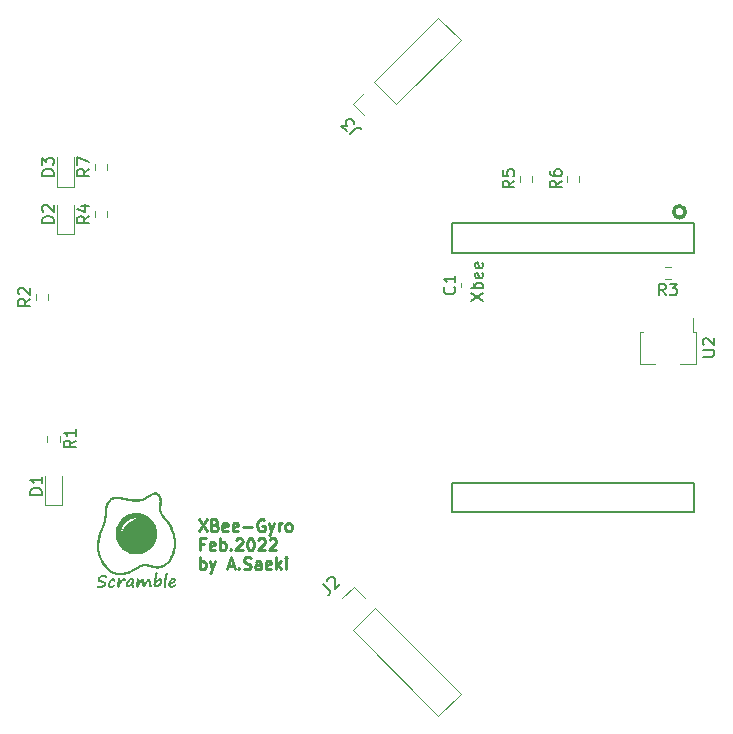
<source format=gto>
G04 #@! TF.GenerationSoftware,KiCad,Pcbnew,(6.0.1)*
G04 #@! TF.CreationDate,2022-02-26T15:30:00+09:00*
G04 #@! TF.ProjectId,xbee-gyro20220207,78626565-2d67-4797-926f-323032323032,V1.1*
G04 #@! TF.SameCoordinates,Original*
G04 #@! TF.FileFunction,Legend,Top*
G04 #@! TF.FilePolarity,Positive*
%FSLAX46Y46*%
G04 Gerber Fmt 4.6, Leading zero omitted, Abs format (unit mm)*
G04 Created by KiCad (PCBNEW (6.0.1)) date 2022-02-26 15:30:00*
%MOMM*%
%LPD*%
G01*
G04 APERTURE LIST*
%ADD10C,0.250000*%
%ADD11C,0.150000*%
%ADD12C,0.120000*%
%ADD13C,0.203200*%
%ADD14C,0.300000*%
G04 APERTURE END LIST*
D10*
X59305357Y-127842380D02*
X59972023Y-128842380D01*
X59972023Y-127842380D02*
X59305357Y-128842380D01*
X60686309Y-128318571D02*
X60829166Y-128366190D01*
X60876785Y-128413809D01*
X60924404Y-128509047D01*
X60924404Y-128651904D01*
X60876785Y-128747142D01*
X60829166Y-128794761D01*
X60733928Y-128842380D01*
X60352976Y-128842380D01*
X60352976Y-127842380D01*
X60686309Y-127842380D01*
X60781547Y-127890000D01*
X60829166Y-127937619D01*
X60876785Y-128032857D01*
X60876785Y-128128095D01*
X60829166Y-128223333D01*
X60781547Y-128270952D01*
X60686309Y-128318571D01*
X60352976Y-128318571D01*
X61733928Y-128794761D02*
X61638690Y-128842380D01*
X61448214Y-128842380D01*
X61352976Y-128794761D01*
X61305357Y-128699523D01*
X61305357Y-128318571D01*
X61352976Y-128223333D01*
X61448214Y-128175714D01*
X61638690Y-128175714D01*
X61733928Y-128223333D01*
X61781547Y-128318571D01*
X61781547Y-128413809D01*
X61305357Y-128509047D01*
X62591071Y-128794761D02*
X62495833Y-128842380D01*
X62305357Y-128842380D01*
X62210119Y-128794761D01*
X62162500Y-128699523D01*
X62162500Y-128318571D01*
X62210119Y-128223333D01*
X62305357Y-128175714D01*
X62495833Y-128175714D01*
X62591071Y-128223333D01*
X62638690Y-128318571D01*
X62638690Y-128413809D01*
X62162500Y-128509047D01*
X63067261Y-128461428D02*
X63829166Y-128461428D01*
X64829166Y-127890000D02*
X64733928Y-127842380D01*
X64591071Y-127842380D01*
X64448214Y-127890000D01*
X64352976Y-127985238D01*
X64305357Y-128080476D01*
X64257738Y-128270952D01*
X64257738Y-128413809D01*
X64305357Y-128604285D01*
X64352976Y-128699523D01*
X64448214Y-128794761D01*
X64591071Y-128842380D01*
X64686309Y-128842380D01*
X64829166Y-128794761D01*
X64876785Y-128747142D01*
X64876785Y-128413809D01*
X64686309Y-128413809D01*
X65210119Y-128175714D02*
X65448214Y-128842380D01*
X65686309Y-128175714D02*
X65448214Y-128842380D01*
X65352976Y-129080476D01*
X65305357Y-129128095D01*
X65210119Y-129175714D01*
X66067261Y-128842380D02*
X66067261Y-128175714D01*
X66067261Y-128366190D02*
X66114880Y-128270952D01*
X66162500Y-128223333D01*
X66257738Y-128175714D01*
X66352976Y-128175714D01*
X66829166Y-128842380D02*
X66733928Y-128794761D01*
X66686309Y-128747142D01*
X66638690Y-128651904D01*
X66638690Y-128366190D01*
X66686309Y-128270952D01*
X66733928Y-128223333D01*
X66829166Y-128175714D01*
X66972023Y-128175714D01*
X67067261Y-128223333D01*
X67114880Y-128270952D01*
X67162500Y-128366190D01*
X67162500Y-128651904D01*
X67114880Y-128747142D01*
X67067261Y-128794761D01*
X66972023Y-128842380D01*
X66829166Y-128842380D01*
X59733928Y-129928571D02*
X59400595Y-129928571D01*
X59400595Y-130452380D02*
X59400595Y-129452380D01*
X59876785Y-129452380D01*
X60638690Y-130404761D02*
X60543452Y-130452380D01*
X60352976Y-130452380D01*
X60257738Y-130404761D01*
X60210119Y-130309523D01*
X60210119Y-129928571D01*
X60257738Y-129833333D01*
X60352976Y-129785714D01*
X60543452Y-129785714D01*
X60638690Y-129833333D01*
X60686309Y-129928571D01*
X60686309Y-130023809D01*
X60210119Y-130119047D01*
X61114880Y-130452380D02*
X61114880Y-129452380D01*
X61114880Y-129833333D02*
X61210119Y-129785714D01*
X61400595Y-129785714D01*
X61495833Y-129833333D01*
X61543452Y-129880952D01*
X61591071Y-129976190D01*
X61591071Y-130261904D01*
X61543452Y-130357142D01*
X61495833Y-130404761D01*
X61400595Y-130452380D01*
X61210119Y-130452380D01*
X61114880Y-130404761D01*
X62019642Y-130357142D02*
X62067261Y-130404761D01*
X62019642Y-130452380D01*
X61972023Y-130404761D01*
X62019642Y-130357142D01*
X62019642Y-130452380D01*
X62448214Y-129547619D02*
X62495833Y-129500000D01*
X62591071Y-129452380D01*
X62829166Y-129452380D01*
X62924404Y-129500000D01*
X62972023Y-129547619D01*
X63019642Y-129642857D01*
X63019642Y-129738095D01*
X62972023Y-129880952D01*
X62400595Y-130452380D01*
X63019642Y-130452380D01*
X63638690Y-129452380D02*
X63733928Y-129452380D01*
X63829166Y-129500000D01*
X63876785Y-129547619D01*
X63924404Y-129642857D01*
X63972023Y-129833333D01*
X63972023Y-130071428D01*
X63924404Y-130261904D01*
X63876785Y-130357142D01*
X63829166Y-130404761D01*
X63733928Y-130452380D01*
X63638690Y-130452380D01*
X63543452Y-130404761D01*
X63495833Y-130357142D01*
X63448214Y-130261904D01*
X63400595Y-130071428D01*
X63400595Y-129833333D01*
X63448214Y-129642857D01*
X63495833Y-129547619D01*
X63543452Y-129500000D01*
X63638690Y-129452380D01*
X64352976Y-129547619D02*
X64400595Y-129500000D01*
X64495833Y-129452380D01*
X64733928Y-129452380D01*
X64829166Y-129500000D01*
X64876785Y-129547619D01*
X64924404Y-129642857D01*
X64924404Y-129738095D01*
X64876785Y-129880952D01*
X64305357Y-130452380D01*
X64924404Y-130452380D01*
X65305357Y-129547619D02*
X65352976Y-129500000D01*
X65448214Y-129452380D01*
X65686309Y-129452380D01*
X65781547Y-129500000D01*
X65829166Y-129547619D01*
X65876785Y-129642857D01*
X65876785Y-129738095D01*
X65829166Y-129880952D01*
X65257738Y-130452380D01*
X65876785Y-130452380D01*
X59400595Y-132062380D02*
X59400595Y-131062380D01*
X59400595Y-131443333D02*
X59495833Y-131395714D01*
X59686309Y-131395714D01*
X59781547Y-131443333D01*
X59829166Y-131490952D01*
X59876785Y-131586190D01*
X59876785Y-131871904D01*
X59829166Y-131967142D01*
X59781547Y-132014761D01*
X59686309Y-132062380D01*
X59495833Y-132062380D01*
X59400595Y-132014761D01*
X60210119Y-131395714D02*
X60448214Y-132062380D01*
X60686309Y-131395714D02*
X60448214Y-132062380D01*
X60352976Y-132300476D01*
X60305357Y-132348095D01*
X60210119Y-132395714D01*
X61781547Y-131776666D02*
X62257738Y-131776666D01*
X61686309Y-132062380D02*
X62019642Y-131062380D01*
X62352976Y-132062380D01*
X62686309Y-131967142D02*
X62733928Y-132014761D01*
X62686309Y-132062380D01*
X62638690Y-132014761D01*
X62686309Y-131967142D01*
X62686309Y-132062380D01*
X63114880Y-132014761D02*
X63257738Y-132062380D01*
X63495833Y-132062380D01*
X63591071Y-132014761D01*
X63638690Y-131967142D01*
X63686309Y-131871904D01*
X63686309Y-131776666D01*
X63638690Y-131681428D01*
X63591071Y-131633809D01*
X63495833Y-131586190D01*
X63305357Y-131538571D01*
X63210119Y-131490952D01*
X63162500Y-131443333D01*
X63114880Y-131348095D01*
X63114880Y-131252857D01*
X63162500Y-131157619D01*
X63210119Y-131110000D01*
X63305357Y-131062380D01*
X63543452Y-131062380D01*
X63686309Y-131110000D01*
X64543452Y-132062380D02*
X64543452Y-131538571D01*
X64495833Y-131443333D01*
X64400595Y-131395714D01*
X64210119Y-131395714D01*
X64114880Y-131443333D01*
X64543452Y-132014761D02*
X64448214Y-132062380D01*
X64210119Y-132062380D01*
X64114880Y-132014761D01*
X64067261Y-131919523D01*
X64067261Y-131824285D01*
X64114880Y-131729047D01*
X64210119Y-131681428D01*
X64448214Y-131681428D01*
X64543452Y-131633809D01*
X65400595Y-132014761D02*
X65305357Y-132062380D01*
X65114880Y-132062380D01*
X65019642Y-132014761D01*
X64972023Y-131919523D01*
X64972023Y-131538571D01*
X65019642Y-131443333D01*
X65114880Y-131395714D01*
X65305357Y-131395714D01*
X65400595Y-131443333D01*
X65448214Y-131538571D01*
X65448214Y-131633809D01*
X64972023Y-131729047D01*
X65876785Y-132062380D02*
X65876785Y-131062380D01*
X65972023Y-131681428D02*
X66257738Y-132062380D01*
X66257738Y-131395714D02*
X65876785Y-131776666D01*
X66686309Y-132062380D02*
X66686309Y-131395714D01*
X66686309Y-131062380D02*
X66638690Y-131110000D01*
X66686309Y-131157619D01*
X66733928Y-131110000D01*
X66686309Y-131062380D01*
X66686309Y-131157619D01*
D11*
X47022380Y-102738095D02*
X46022380Y-102738095D01*
X46022380Y-102500000D01*
X46070000Y-102357142D01*
X46165238Y-102261904D01*
X46260476Y-102214285D01*
X46450952Y-102166666D01*
X46593809Y-102166666D01*
X46784285Y-102214285D01*
X46879523Y-102261904D01*
X46974761Y-102357142D01*
X47022380Y-102500000D01*
X47022380Y-102738095D01*
X46117619Y-101785714D02*
X46070000Y-101738095D01*
X46022380Y-101642857D01*
X46022380Y-101404761D01*
X46070000Y-101309523D01*
X46117619Y-101261904D01*
X46212857Y-101214285D01*
X46308095Y-101214285D01*
X46450952Y-101261904D01*
X47022380Y-101833333D01*
X47022380Y-101214285D01*
X86022380Y-99166666D02*
X85546190Y-99500000D01*
X86022380Y-99738095D02*
X85022380Y-99738095D01*
X85022380Y-99357142D01*
X85070000Y-99261904D01*
X85117619Y-99214285D01*
X85212857Y-99166666D01*
X85355714Y-99166666D01*
X85450952Y-99214285D01*
X85498571Y-99261904D01*
X85546190Y-99357142D01*
X85546190Y-99738095D01*
X85022380Y-98261904D02*
X85022380Y-98738095D01*
X85498571Y-98785714D01*
X85450952Y-98738095D01*
X85403333Y-98642857D01*
X85403333Y-98404761D01*
X85450952Y-98309523D01*
X85498571Y-98261904D01*
X85593809Y-98214285D01*
X85831904Y-98214285D01*
X85927142Y-98261904D01*
X85974761Y-98309523D01*
X86022380Y-98404761D01*
X86022380Y-98642857D01*
X85974761Y-98738095D01*
X85927142Y-98785714D01*
X82352380Y-109326071D02*
X83352380Y-108659404D01*
X82352380Y-108659404D02*
X83352380Y-109326071D01*
X83352380Y-108278452D02*
X82352380Y-108278452D01*
X82733333Y-108278452D02*
X82685714Y-108183214D01*
X82685714Y-107992738D01*
X82733333Y-107897500D01*
X82780952Y-107849880D01*
X82876190Y-107802261D01*
X83161904Y-107802261D01*
X83257142Y-107849880D01*
X83304761Y-107897500D01*
X83352380Y-107992738D01*
X83352380Y-108183214D01*
X83304761Y-108278452D01*
X83304761Y-106992738D02*
X83352380Y-107087976D01*
X83352380Y-107278452D01*
X83304761Y-107373690D01*
X83209523Y-107421309D01*
X82828571Y-107421309D01*
X82733333Y-107373690D01*
X82685714Y-107278452D01*
X82685714Y-107087976D01*
X82733333Y-106992738D01*
X82828571Y-106945119D01*
X82923809Y-106945119D01*
X83019047Y-107421309D01*
X83304761Y-106135595D02*
X83352380Y-106230833D01*
X83352380Y-106421309D01*
X83304761Y-106516547D01*
X83209523Y-106564166D01*
X82828571Y-106564166D01*
X82733333Y-106516547D01*
X82685714Y-106421309D01*
X82685714Y-106230833D01*
X82733333Y-106135595D01*
X82828571Y-106087976D01*
X82923809Y-106087976D01*
X83019047Y-106564166D01*
X50022380Y-98166666D02*
X49546190Y-98500000D01*
X50022380Y-98738095D02*
X49022380Y-98738095D01*
X49022380Y-98357142D01*
X49070000Y-98261904D01*
X49117619Y-98214285D01*
X49212857Y-98166666D01*
X49355714Y-98166666D01*
X49450952Y-98214285D01*
X49498571Y-98261904D01*
X49546190Y-98357142D01*
X49546190Y-98738095D01*
X49022380Y-97833333D02*
X49022380Y-97166666D01*
X50022380Y-97595238D01*
X69826286Y-133297691D02*
X70331362Y-133802767D01*
X70398706Y-133937454D01*
X70398706Y-134072141D01*
X70331362Y-134206828D01*
X70264019Y-134274171D01*
X70196675Y-133061988D02*
X70196675Y-132994645D01*
X70230347Y-132893630D01*
X70398706Y-132725271D01*
X70499721Y-132691599D01*
X70567065Y-132691599D01*
X70668080Y-132725271D01*
X70735423Y-132792614D01*
X70802767Y-132927301D01*
X70802767Y-133735423D01*
X71240500Y-133297691D01*
X98833333Y-108882380D02*
X98500000Y-108406190D01*
X98261904Y-108882380D02*
X98261904Y-107882380D01*
X98642857Y-107882380D01*
X98738095Y-107930000D01*
X98785714Y-107977619D01*
X98833333Y-108072857D01*
X98833333Y-108215714D01*
X98785714Y-108310952D01*
X98738095Y-108358571D01*
X98642857Y-108406190D01*
X98261904Y-108406190D01*
X99166666Y-107882380D02*
X99785714Y-107882380D01*
X99452380Y-108263333D01*
X99595238Y-108263333D01*
X99690476Y-108310952D01*
X99738095Y-108358571D01*
X99785714Y-108453809D01*
X99785714Y-108691904D01*
X99738095Y-108787142D01*
X99690476Y-108834761D01*
X99595238Y-108882380D01*
X99309523Y-108882380D01*
X99214285Y-108834761D01*
X99166666Y-108787142D01*
X90022380Y-99166666D02*
X89546190Y-99500000D01*
X90022380Y-99738095D02*
X89022380Y-99738095D01*
X89022380Y-99357142D01*
X89070000Y-99261904D01*
X89117619Y-99214285D01*
X89212857Y-99166666D01*
X89355714Y-99166666D01*
X89450952Y-99214285D01*
X89498571Y-99261904D01*
X89546190Y-99357142D01*
X89546190Y-99738095D01*
X89022380Y-98309523D02*
X89022380Y-98500000D01*
X89070000Y-98595238D01*
X89117619Y-98642857D01*
X89260476Y-98738095D01*
X89450952Y-98785714D01*
X89831904Y-98785714D01*
X89927142Y-98738095D01*
X89974761Y-98690476D01*
X90022380Y-98595238D01*
X90022380Y-98404761D01*
X89974761Y-98309523D01*
X89927142Y-98261904D01*
X89831904Y-98214285D01*
X89593809Y-98214285D01*
X89498571Y-98261904D01*
X89450952Y-98309523D01*
X89403333Y-98404761D01*
X89403333Y-98595238D01*
X89450952Y-98690476D01*
X89498571Y-98738095D01*
X89593809Y-98785714D01*
X101952380Y-114061904D02*
X102761904Y-114061904D01*
X102857142Y-114014285D01*
X102904761Y-113966666D01*
X102952380Y-113871428D01*
X102952380Y-113680952D01*
X102904761Y-113585714D01*
X102857142Y-113538095D01*
X102761904Y-113490476D01*
X101952380Y-113490476D01*
X102047619Y-113061904D02*
X102000000Y-113014285D01*
X101952380Y-112919047D01*
X101952380Y-112680952D01*
X102000000Y-112585714D01*
X102047619Y-112538095D01*
X102142857Y-112490476D01*
X102238095Y-112490476D01*
X102380952Y-112538095D01*
X102952380Y-113109523D01*
X102952380Y-112490476D01*
X48882380Y-121166666D02*
X48406190Y-121500000D01*
X48882380Y-121738095D02*
X47882380Y-121738095D01*
X47882380Y-121357142D01*
X47930000Y-121261904D01*
X47977619Y-121214285D01*
X48072857Y-121166666D01*
X48215714Y-121166666D01*
X48310952Y-121214285D01*
X48358571Y-121261904D01*
X48406190Y-121357142D01*
X48406190Y-121738095D01*
X48882380Y-120214285D02*
X48882380Y-120785714D01*
X48882380Y-120500000D02*
X47882380Y-120500000D01*
X48025238Y-120595238D01*
X48120476Y-120690476D01*
X48168095Y-120785714D01*
X47022380Y-98738095D02*
X46022380Y-98738095D01*
X46022380Y-98500000D01*
X46070000Y-98357142D01*
X46165238Y-98261904D01*
X46260476Y-98214285D01*
X46450952Y-98166666D01*
X46593809Y-98166666D01*
X46784285Y-98214285D01*
X46879523Y-98261904D01*
X46974761Y-98357142D01*
X47022380Y-98500000D01*
X47022380Y-98738095D01*
X46022380Y-97833333D02*
X46022380Y-97214285D01*
X46403333Y-97547619D01*
X46403333Y-97404761D01*
X46450952Y-97309523D01*
X46498571Y-97261904D01*
X46593809Y-97214285D01*
X46831904Y-97214285D01*
X46927142Y-97261904D01*
X46974761Y-97309523D01*
X47022380Y-97404761D01*
X47022380Y-97690476D01*
X46974761Y-97785714D01*
X46927142Y-97833333D01*
X50022380Y-102166666D02*
X49546190Y-102500000D01*
X50022380Y-102738095D02*
X49022380Y-102738095D01*
X49022380Y-102357142D01*
X49070000Y-102261904D01*
X49117619Y-102214285D01*
X49212857Y-102166666D01*
X49355714Y-102166666D01*
X49450952Y-102214285D01*
X49498571Y-102261904D01*
X49546190Y-102357142D01*
X49546190Y-102738095D01*
X49355714Y-101309523D02*
X50022380Y-101309523D01*
X48974761Y-101547619D02*
X49689047Y-101785714D01*
X49689047Y-101166666D01*
X80927142Y-108166666D02*
X80974761Y-108214285D01*
X81022380Y-108357142D01*
X81022380Y-108452380D01*
X80974761Y-108595238D01*
X80879523Y-108690476D01*
X80784285Y-108738095D01*
X80593809Y-108785714D01*
X80450952Y-108785714D01*
X80260476Y-108738095D01*
X80165238Y-108690476D01*
X80070000Y-108595238D01*
X80022380Y-108452380D01*
X80022380Y-108357142D01*
X80070000Y-108214285D01*
X80117619Y-108166666D01*
X81022380Y-107214285D02*
X81022380Y-107785714D01*
X81022380Y-107500000D02*
X80022380Y-107500000D01*
X80165238Y-107595238D01*
X80260476Y-107690476D01*
X80308095Y-107785714D01*
X72089791Y-95250913D02*
X72594867Y-94745837D01*
X72729554Y-94678493D01*
X72864241Y-94678493D01*
X72998928Y-94745837D01*
X73066271Y-94813180D01*
X71820417Y-94981539D02*
X71382684Y-94543806D01*
X71887760Y-94510134D01*
X71786745Y-94409119D01*
X71753073Y-94308104D01*
X71753073Y-94240760D01*
X71786745Y-94139745D01*
X71955104Y-93971386D01*
X72056119Y-93937715D01*
X72123462Y-93937715D01*
X72224478Y-93971386D01*
X72426508Y-94173417D01*
X72460180Y-94274432D01*
X72460180Y-94341776D01*
X45022380Y-109166666D02*
X44546190Y-109500000D01*
X45022380Y-109738095D02*
X44022380Y-109738095D01*
X44022380Y-109357142D01*
X44070000Y-109261904D01*
X44117619Y-109214285D01*
X44212857Y-109166666D01*
X44355714Y-109166666D01*
X44450952Y-109214285D01*
X44498571Y-109261904D01*
X44546190Y-109357142D01*
X44546190Y-109738095D01*
X44117619Y-108785714D02*
X44070000Y-108738095D01*
X44022380Y-108642857D01*
X44022380Y-108404761D01*
X44070000Y-108309523D01*
X44117619Y-108261904D01*
X44212857Y-108214285D01*
X44308095Y-108214285D01*
X44450952Y-108261904D01*
X45022380Y-108833333D01*
X45022380Y-108214285D01*
X46022380Y-125738095D02*
X45022380Y-125738095D01*
X45022380Y-125500000D01*
X45070000Y-125357142D01*
X45165238Y-125261904D01*
X45260476Y-125214285D01*
X45450952Y-125166666D01*
X45593809Y-125166666D01*
X45784285Y-125214285D01*
X45879523Y-125261904D01*
X45974761Y-125357142D01*
X46022380Y-125500000D01*
X46022380Y-125738095D01*
X46022380Y-124214285D02*
X46022380Y-124785714D01*
X46022380Y-124500000D02*
X45022380Y-124500000D01*
X45165238Y-124595238D01*
X45260476Y-124690476D01*
X45308095Y-124785714D01*
D12*
X47265000Y-103660000D02*
X48735000Y-103660000D01*
X47265000Y-101200000D02*
X47265000Y-103660000D01*
X48735000Y-103660000D02*
X48735000Y-101200000D01*
X86477500Y-99254724D02*
X86477500Y-98745276D01*
X87522500Y-99254724D02*
X87522500Y-98745276D01*
D13*
X101250000Y-105250000D02*
X101250000Y-102750000D01*
X80750000Y-102750000D02*
X80750000Y-105250000D01*
X80750000Y-127250000D02*
X80750000Y-124750000D01*
X101250000Y-127250000D02*
X80750000Y-127250000D01*
X101250000Y-105250000D02*
X80750000Y-105250000D01*
X101250000Y-102750000D02*
X80750000Y-102750000D01*
X101250000Y-124750000D02*
X101250000Y-127250000D01*
X101250000Y-124750000D02*
X80750000Y-124750000D01*
D14*
X100500000Y-101800000D02*
G75*
G03*
X100500000Y-101800000I-500000J0D01*
G01*
D12*
X51522500Y-98254724D02*
X51522500Y-97745276D01*
X50477500Y-98254724D02*
X50477500Y-97745276D01*
X79592105Y-144473009D02*
X81473009Y-142592105D01*
X71467448Y-134467448D02*
X72407900Y-133526996D01*
X72365474Y-137246378D02*
X74246378Y-135365474D01*
X74246378Y-135365474D02*
X81473009Y-142592105D01*
X72407900Y-133526996D02*
X73348352Y-134467448D01*
X72365474Y-137246378D02*
X79592105Y-144473009D01*
G36*
X50698840Y-129764175D02*
G01*
X50727910Y-129543403D01*
X50771315Y-129321378D01*
X50799780Y-129203986D01*
X50812682Y-129155042D01*
X50825461Y-129109156D01*
X50838808Y-129064363D01*
X50853416Y-129018698D01*
X50869975Y-128970197D01*
X50889178Y-128916894D01*
X50911715Y-128856825D01*
X50938279Y-128788025D01*
X50969561Y-128708528D01*
X51006252Y-128616370D01*
X51009172Y-128609066D01*
X51037044Y-128538991D01*
X51064439Y-128469416D01*
X51090452Y-128402692D01*
X51114176Y-128341169D01*
X51134705Y-128287199D01*
X51151134Y-128243133D01*
X51162555Y-128211322D01*
X51163358Y-128208991D01*
X51202559Y-128088203D01*
X51235599Y-127971758D01*
X51263043Y-127856535D01*
X51285455Y-127739415D01*
X51303401Y-127617276D01*
X51317444Y-127487000D01*
X51328148Y-127345464D01*
X51332073Y-127276383D01*
X51337283Y-127179861D01*
X51342300Y-127097296D01*
X51347360Y-127026651D01*
X51352702Y-126965888D01*
X51358563Y-126912971D01*
X51365181Y-126865862D01*
X51372794Y-126822524D01*
X51381640Y-126780920D01*
X51391956Y-126739013D01*
X51397009Y-126720000D01*
X51437538Y-126589889D01*
X51485715Y-126469890D01*
X51540974Y-126360917D01*
X51602747Y-126263886D01*
X51670466Y-126179710D01*
X51743565Y-126109306D01*
X51803039Y-126065135D01*
X51893310Y-126015425D01*
X51994319Y-125976870D01*
X52105160Y-125949652D01*
X52224928Y-125933952D01*
X52352719Y-125929950D01*
X52455234Y-125934890D01*
X52534240Y-125942451D01*
X52625692Y-125953228D01*
X52726469Y-125966745D01*
X52833448Y-125982523D01*
X52943507Y-126000085D01*
X53053526Y-126018955D01*
X53160382Y-126038655D01*
X53248760Y-126056184D01*
X53313710Y-126069414D01*
X53378717Y-126082397D01*
X53440683Y-126094534D01*
X53496513Y-126105226D01*
X53543111Y-126113872D01*
X53577380Y-126119874D01*
X53579373Y-126120201D01*
X53658296Y-126130393D01*
X53749706Y-126137497D01*
X53850375Y-126141418D01*
X53957071Y-126142057D01*
X54066565Y-126139317D01*
X54122533Y-126136582D01*
X54213675Y-126130676D01*
X54291316Y-126123949D01*
X54357951Y-126115931D01*
X54416075Y-126106155D01*
X54468181Y-126094152D01*
X54516766Y-126079453D01*
X54564324Y-126061588D01*
X54597446Y-126047350D01*
X54620034Y-126036912D01*
X54642340Y-126025810D01*
X54666029Y-126013025D01*
X54692767Y-125997535D01*
X54724220Y-125978321D01*
X54762054Y-125954362D01*
X54807935Y-125924638D01*
X54863527Y-125888127D01*
X54930498Y-125843811D01*
X54940000Y-125837508D01*
X55046082Y-125769063D01*
X55141823Y-125711453D01*
X55228171Y-125664171D01*
X55306072Y-125626710D01*
X55376473Y-125598564D01*
X55404232Y-125589337D01*
X55505910Y-125562041D01*
X55597808Y-125546713D01*
X55680961Y-125543529D01*
X55756400Y-125552663D01*
X55825158Y-125574288D01*
X55888269Y-125608581D01*
X55946765Y-125655714D01*
X55976244Y-125685954D01*
X56036899Y-125764851D01*
X56086363Y-125855011D01*
X56124599Y-125956225D01*
X56151565Y-126068284D01*
X56167225Y-126190977D01*
X56171538Y-126324095D01*
X56164465Y-126467428D01*
X56147888Y-126608000D01*
X56138626Y-126673985D01*
X56132108Y-126729992D01*
X56127899Y-126781725D01*
X56125561Y-126834885D01*
X56124658Y-126895177D01*
X56124605Y-126912000D01*
X56124733Y-126966535D01*
X56125466Y-127008209D01*
X56127072Y-127040156D01*
X56129817Y-127065510D01*
X56133967Y-127087407D01*
X56139788Y-127108980D01*
X56141945Y-127116000D01*
X56156573Y-127157970D01*
X56174808Y-127201217D01*
X56197334Y-127246727D01*
X56224834Y-127295489D01*
X56257992Y-127348490D01*
X56297494Y-127406718D01*
X56344022Y-127471161D01*
X56398262Y-127542807D01*
X56460896Y-127622644D01*
X56532609Y-127711659D01*
X56614085Y-127810841D01*
X56668241Y-127876000D01*
X56717711Y-127935658D01*
X56758573Y-127985904D01*
X56792764Y-128029360D01*
X56822223Y-128068647D01*
X56848887Y-128106385D01*
X56874695Y-128145196D01*
X56901583Y-128187702D01*
X56916148Y-128211339D01*
X57005207Y-128369532D01*
X57086503Y-128539890D01*
X57159226Y-128720168D01*
X57222570Y-128908119D01*
X57275723Y-129101500D01*
X57317878Y-129298066D01*
X57327589Y-129353300D01*
X57339747Y-129428112D01*
X57349512Y-129494093D01*
X57357131Y-129554529D01*
X57362852Y-129612704D01*
X57366921Y-129671904D01*
X57369585Y-129735414D01*
X57371092Y-129806518D01*
X57371689Y-129888503D01*
X57371719Y-129940000D01*
X57371536Y-130013681D01*
X57371084Y-130073801D01*
X57370240Y-130122798D01*
X57368880Y-130163110D01*
X57366880Y-130197174D01*
X57364116Y-130227429D01*
X57360466Y-130256312D01*
X57355806Y-130286262D01*
X57353473Y-130300000D01*
X57313206Y-130491127D01*
X57259287Y-130679035D01*
X57192461Y-130861969D01*
X57113478Y-131038174D01*
X57023083Y-131205897D01*
X56922025Y-131363382D01*
X56870122Y-131434597D01*
X56777641Y-131544902D01*
X56675268Y-131646100D01*
X56564659Y-131737092D01*
X56447473Y-131816784D01*
X56325367Y-131884079D01*
X56199998Y-131937882D01*
X56073024Y-131977094D01*
X56037507Y-131985289D01*
X56000833Y-131992356D01*
X55965160Y-131997324D01*
X55926348Y-132000524D01*
X55880259Y-132002284D01*
X55822754Y-132002936D01*
X55816000Y-132002953D01*
X55747094Y-132002013D01*
X55683102Y-131998566D01*
X55620668Y-131992094D01*
X55556438Y-131982081D01*
X55487058Y-131968009D01*
X55409173Y-131949360D01*
X55325665Y-131927319D01*
X55234309Y-131902476D01*
X55156801Y-131881542D01*
X55091568Y-131864167D01*
X55037034Y-131849999D01*
X54991626Y-131838688D01*
X54953771Y-131829882D01*
X54921893Y-131823232D01*
X54894418Y-131818385D01*
X54869773Y-131814991D01*
X54846384Y-131812700D01*
X54822676Y-131811159D01*
X54800000Y-131810135D01*
X54726565Y-131809952D01*
X54655327Y-131815813D01*
X54584601Y-131828353D01*
X54512700Y-131848205D01*
X54437936Y-131876003D01*
X54358625Y-131912382D01*
X54273078Y-131957976D01*
X54179611Y-132013419D01*
X54076535Y-132079345D01*
X54066485Y-132085976D01*
X53937096Y-132166302D01*
X53798310Y-132242838D01*
X53653147Y-132314304D01*
X53504630Y-132379417D01*
X53355781Y-132436895D01*
X53209620Y-132485458D01*
X53069169Y-132523823D01*
X52996116Y-132539979D01*
X52904281Y-132555510D01*
X52807221Y-132566674D01*
X52708699Y-132573337D01*
X52612477Y-132575371D01*
X52522318Y-132572642D01*
X52441984Y-132565022D01*
X52412000Y-132560316D01*
X52266803Y-132528668D01*
X52130049Y-132487628D01*
X52003336Y-132437798D01*
X51888259Y-132379779D01*
X51818944Y-132336947D01*
X51750649Y-132286772D01*
X51676729Y-132224672D01*
X51599191Y-132152788D01*
X51520040Y-132073258D01*
X51441283Y-131988224D01*
X51364925Y-131899824D01*
X51292971Y-131810198D01*
X51227427Y-131721485D01*
X51188921Y-131664881D01*
X51142882Y-131591748D01*
X51093624Y-131508452D01*
X51042898Y-131418317D01*
X50992455Y-131324668D01*
X50944048Y-131230829D01*
X50899428Y-131140124D01*
X50860348Y-131055876D01*
X50828558Y-130981411D01*
X50827991Y-130980000D01*
X50787600Y-130872448D01*
X50754763Y-130768705D01*
X50728849Y-130665458D01*
X50709228Y-130559394D01*
X50695270Y-130447201D01*
X50686345Y-130325568D01*
X50682287Y-130214155D01*
X50682856Y-130125717D01*
X50876882Y-130125717D01*
X50879961Y-130281004D01*
X50891519Y-130427002D01*
X50903666Y-130515670D01*
X50918620Y-130598010D01*
X50936429Y-130677070D01*
X50957847Y-130754732D01*
X50983625Y-130832877D01*
X51014518Y-130913390D01*
X51051279Y-130998151D01*
X51094661Y-131089044D01*
X51145417Y-131187950D01*
X51204301Y-131296753D01*
X51246346Y-131372000D01*
X51308401Y-131478132D01*
X51369105Y-131573415D01*
X51431477Y-131661954D01*
X51498537Y-131747853D01*
X51573304Y-131835215D01*
X51643584Y-131912000D01*
X51723575Y-131994684D01*
X51797557Y-132065153D01*
X51867798Y-132124882D01*
X51936565Y-132175351D01*
X52006126Y-132218034D01*
X52078748Y-132254410D01*
X52156698Y-132285956D01*
X52242246Y-132314149D01*
X52276000Y-132323948D01*
X52353507Y-132344677D01*
X52422175Y-132360248D01*
X52485780Y-132370970D01*
X52548097Y-132377149D01*
X52612903Y-132379094D01*
X52683974Y-132377113D01*
X52765086Y-132371513D01*
X52810082Y-132367500D01*
X52925911Y-132351290D01*
X53051202Y-132323762D01*
X53184567Y-132285356D01*
X53324617Y-132236510D01*
X53469961Y-132177665D01*
X53604000Y-132116589D01*
X53684123Y-132077071D01*
X53758825Y-132037652D01*
X53832284Y-131995935D01*
X53908679Y-131949526D01*
X53992186Y-131896029D01*
X54016000Y-131880386D01*
X54092697Y-131832029D01*
X54172074Y-131786092D01*
X54250927Y-131744220D01*
X54326057Y-131708059D01*
X54394262Y-131679255D01*
X54436135Y-131664362D01*
X54505855Y-131643428D01*
X54567040Y-131628659D01*
X54625501Y-131619142D01*
X54687051Y-131613961D01*
X54757503Y-131612203D01*
X54768000Y-131612178D01*
X54816484Y-131612711D01*
X54860529Y-131614653D01*
X54902843Y-131618477D01*
X54946134Y-131624656D01*
X54993109Y-131633665D01*
X55046475Y-131645976D01*
X55108941Y-131662062D01*
X55183213Y-131682397D01*
X55205689Y-131688691D01*
X55310743Y-131717749D01*
X55402437Y-131742034D01*
X55482570Y-131761897D01*
X55552938Y-131777692D01*
X55615340Y-131789771D01*
X55671572Y-131798486D01*
X55723433Y-131804191D01*
X55772719Y-131807237D01*
X55813978Y-131808000D01*
X55931141Y-131800309D01*
X56047355Y-131777166D01*
X56162890Y-131738462D01*
X56278014Y-131684089D01*
X56392994Y-131613938D01*
X56508098Y-131527902D01*
X56509053Y-131527122D01*
X56593952Y-131449372D01*
X56676492Y-131357435D01*
X56755805Y-131253052D01*
X56831018Y-131137968D01*
X56901263Y-131013925D01*
X56965670Y-130882667D01*
X57023368Y-130745936D01*
X57073487Y-130605475D01*
X57115157Y-130463027D01*
X57147508Y-130320336D01*
X57165400Y-130212272D01*
X57170752Y-130160580D01*
X57174606Y-130096390D01*
X57176966Y-130023135D01*
X57177835Y-129944246D01*
X57177216Y-129863156D01*
X57175113Y-129783297D01*
X57171531Y-129708100D01*
X57166472Y-129640998D01*
X57164778Y-129624000D01*
X57135444Y-129408294D01*
X57094001Y-129198143D01*
X57040838Y-128994727D01*
X56976348Y-128799225D01*
X56900921Y-128612815D01*
X56814949Y-128436679D01*
X56718823Y-128271995D01*
X56713704Y-128264000D01*
X56698253Y-128240271D01*
X56683077Y-128217784D01*
X56666999Y-128195033D01*
X56648843Y-128170515D01*
X56627431Y-128142727D01*
X56601586Y-128110164D01*
X56570131Y-128071322D01*
X56531889Y-128024699D01*
X56485683Y-127968788D01*
X56431923Y-127904000D01*
X56353930Y-127809318D01*
X56285881Y-127724877D01*
X56226769Y-127649252D01*
X56175587Y-127581018D01*
X56131326Y-127518751D01*
X56092980Y-127461027D01*
X56059540Y-127406422D01*
X56029999Y-127353511D01*
X56003350Y-127300871D01*
X55999425Y-127292670D01*
X55974253Y-127236074D01*
X55955816Y-127184793D01*
X55942777Y-127133550D01*
X55933801Y-127077066D01*
X55927554Y-127010064D01*
X55927406Y-127008000D01*
X55924440Y-126936720D01*
X55925394Y-126858947D01*
X55930400Y-126772555D01*
X55939588Y-126675420D01*
X55953089Y-126565416D01*
X55955900Y-126544724D01*
X55963484Y-126483648D01*
X55969612Y-126422506D01*
X55973871Y-126366144D01*
X55975849Y-126319410D01*
X55975939Y-126309303D01*
X55971478Y-126209219D01*
X55958619Y-126115427D01*
X55937938Y-126029147D01*
X55910011Y-125951598D01*
X55875413Y-125884001D01*
X55834721Y-125827574D01*
X55788511Y-125783538D01*
X55737359Y-125753113D01*
X55708473Y-125742932D01*
X55671421Y-125738591D01*
X55623145Y-125741850D01*
X55566136Y-125752071D01*
X55502885Y-125768616D01*
X55435884Y-125790847D01*
X55367625Y-125818126D01*
X55310309Y-125844890D01*
X55280291Y-125861094D01*
X55239871Y-125884625D01*
X55191842Y-125913763D01*
X55139000Y-125946789D01*
X55084139Y-125981981D01*
X55034309Y-126014778D01*
X54950017Y-126070463D01*
X54876763Y-126117543D01*
X54812762Y-126156979D01*
X54756226Y-126189732D01*
X54705370Y-126216766D01*
X54658408Y-126239041D01*
X54613555Y-126257520D01*
X54569023Y-126273165D01*
X54535687Y-126283351D01*
X54470716Y-126299279D01*
X54396079Y-126312165D01*
X54310731Y-126322087D01*
X54213631Y-126329124D01*
X54103736Y-126333352D01*
X53980002Y-126334851D01*
X53860000Y-126333992D01*
X53794545Y-126332966D01*
X53738600Y-126331776D01*
X53689798Y-126330122D01*
X53645767Y-126327702D01*
X53604139Y-126324218D01*
X53562544Y-126319367D01*
X53518613Y-126312851D01*
X53469976Y-126304368D01*
X53414264Y-126293618D01*
X53349108Y-126280301D01*
X53272137Y-126264116D01*
X53217750Y-126252575D01*
X53077597Y-126224106D01*
X52941157Y-126199212D01*
X52803352Y-126177070D01*
X52659104Y-126156858D01*
X52522669Y-126139998D01*
X52405375Y-126130488D01*
X52293411Y-126129750D01*
X52189182Y-126137658D01*
X52095098Y-126154086D01*
X52056000Y-126164436D01*
X51975532Y-126195821D01*
X51901729Y-126240247D01*
X51834253Y-126298099D01*
X51772768Y-126369762D01*
X51716936Y-126455622D01*
X51666419Y-126556063D01*
X51626993Y-126654335D01*
X51608342Y-126707955D01*
X51592605Y-126758738D01*
X51579416Y-126808984D01*
X51568407Y-126860991D01*
X51559210Y-126917060D01*
X51551458Y-126979488D01*
X51544783Y-127050575D01*
X51538818Y-127132621D01*
X51533196Y-127227925D01*
X51532122Y-127248000D01*
X51524931Y-127371022D01*
X51516915Y-127480703D01*
X51507715Y-127579691D01*
X51496974Y-127670639D01*
X51484335Y-127756196D01*
X51469439Y-127839013D01*
X51451929Y-127921740D01*
X51431448Y-128007029D01*
X51427793Y-128021399D01*
X51414648Y-128071133D01*
X51400777Y-128120116D01*
X51385571Y-128170079D01*
X51368416Y-128222752D01*
X51348702Y-128279864D01*
X51325817Y-128343145D01*
X51299150Y-128414326D01*
X51268088Y-128495136D01*
X51232021Y-128587305D01*
X51192152Y-128688000D01*
X51162816Y-128762384D01*
X51134169Y-128836152D01*
X51107020Y-128907146D01*
X51082177Y-128973207D01*
X51060445Y-129032175D01*
X51042634Y-129081893D01*
X51029550Y-129120199D01*
X51024418Y-129136431D01*
X50981141Y-129295885D01*
X50945052Y-129460784D01*
X50916367Y-129628673D01*
X50895300Y-129797095D01*
X50882067Y-129963595D01*
X50876882Y-130125717D01*
X50682856Y-130125717D01*
X50683751Y-129986742D01*
X50698840Y-129764175D01*
G37*
G36*
X56779363Y-133068389D02*
G01*
X56822322Y-132998213D01*
X56872436Y-132933403D01*
X56927587Y-132876772D01*
X56985653Y-132831132D01*
X57031181Y-132805172D01*
X57060785Y-132792268D01*
X57085938Y-132784719D01*
X57113323Y-132781142D01*
X57149620Y-132780152D01*
X57152000Y-132780145D01*
X57187474Y-132780694D01*
X57212410Y-132783280D01*
X57232242Y-132789036D01*
X57252405Y-132799096D01*
X57257787Y-132802212D01*
X57297269Y-132834398D01*
X57317787Y-132862212D01*
X57335011Y-132905927D01*
X57341187Y-132956635D01*
X57336295Y-133009735D01*
X57320311Y-133060625D01*
X57318769Y-133064000D01*
X57278759Y-133131059D01*
X57224763Y-133191932D01*
X57157878Y-133245768D01*
X57079202Y-133291715D01*
X56989835Y-133328920D01*
X56968000Y-133336114D01*
X56930952Y-133348985D01*
X56907958Y-133360993D01*
X56897364Y-133374312D01*
X56897513Y-133391113D01*
X56906750Y-133413570D01*
X56907649Y-133415323D01*
X56927513Y-133441105D01*
X56956199Y-133456734D01*
X56995628Y-133462989D01*
X57024023Y-133462639D01*
X57083928Y-133451647D01*
X57145942Y-133425727D01*
X57208685Y-133385566D01*
X57253371Y-133348370D01*
X57290502Y-133316902D01*
X57320205Y-133297845D01*
X57344195Y-133290483D01*
X57364189Y-133294098D01*
X57371883Y-133298773D01*
X57383812Y-133316889D01*
X57386799Y-133344269D01*
X57380921Y-133376955D01*
X57369909Y-133404216D01*
X57350655Y-133433140D01*
X57321276Y-133466749D01*
X57285397Y-133501547D01*
X57246642Y-133534037D01*
X57208635Y-133560722D01*
X57205973Y-133562357D01*
X57139677Y-133594954D01*
X57067784Y-133616782D01*
X56994843Y-133626845D01*
X56925401Y-133624151D01*
X56924000Y-133623948D01*
X56863017Y-133608171D01*
X56812190Y-133580074D01*
X56771094Y-133539340D01*
X56739501Y-133486094D01*
X56723478Y-133437112D01*
X56714183Y-133378239D01*
X56711898Y-133314227D01*
X56716903Y-133249831D01*
X56723389Y-133213588D01*
X56728407Y-133197274D01*
X56913405Y-133197274D01*
X56917376Y-133204456D01*
X56930181Y-133203743D01*
X56953453Y-133195399D01*
X56988824Y-133179688D01*
X57006825Y-133171354D01*
X57045879Y-133149594D01*
X57084750Y-133121658D01*
X57120544Y-133090300D01*
X57150370Y-133058278D01*
X57171337Y-133028348D01*
X57180122Y-133006160D01*
X57181932Y-132970927D01*
X57172883Y-132946406D01*
X57153918Y-132933583D01*
X57125978Y-132933445D01*
X57113865Y-132936704D01*
X57082371Y-132953245D01*
X57047608Y-132981738D01*
X57012098Y-133019220D01*
X56978363Y-133062727D01*
X56948924Y-133109296D01*
X56926302Y-133155964D01*
X56925428Y-133158161D01*
X56916633Y-133181930D01*
X56913405Y-133197274D01*
X56728407Y-133197274D01*
X56745678Y-133141118D01*
X56779363Y-133068389D01*
G37*
G36*
X52270527Y-128904045D02*
G01*
X52291558Y-128746310D01*
X52326958Y-128590612D01*
X52376732Y-128437945D01*
X52440883Y-128289304D01*
X52519414Y-128145684D01*
X52611393Y-128009335D01*
X52717006Y-127880608D01*
X52833299Y-127763459D01*
X52959425Y-127658370D01*
X53094539Y-127565822D01*
X53237794Y-127486296D01*
X53388344Y-127420272D01*
X53545344Y-127368232D01*
X53707947Y-127330656D01*
X53838621Y-127311644D01*
X53891974Y-127307630D01*
X53956267Y-127305619D01*
X54027210Y-127305500D01*
X54100514Y-127307162D01*
X54171890Y-127310494D01*
X54237047Y-127315385D01*
X54291697Y-127321726D01*
X54304000Y-127323656D01*
X54467295Y-127359037D01*
X54625029Y-127408939D01*
X54776340Y-127472733D01*
X54920367Y-127549791D01*
X55056247Y-127639486D01*
X55183121Y-127741191D01*
X55300126Y-127854277D01*
X55406400Y-127978117D01*
X55501083Y-128112083D01*
X55583314Y-128255547D01*
X55583545Y-128256000D01*
X55648361Y-128395624D01*
X55698906Y-128534027D01*
X55735964Y-128674283D01*
X55760318Y-128819463D01*
X55772755Y-128972642D01*
X55773790Y-129001378D01*
X55772911Y-129157104D01*
X55760420Y-129304252D01*
X55735824Y-129445748D01*
X55698630Y-129584519D01*
X55655088Y-129706706D01*
X55587429Y-129856174D01*
X55506414Y-129997859D01*
X55412961Y-130130950D01*
X55307990Y-130254634D01*
X55192419Y-130368101D01*
X55067168Y-130470537D01*
X54933153Y-130561130D01*
X54791296Y-130639070D01*
X54642513Y-130703544D01*
X54487724Y-130753740D01*
X54462971Y-130760262D01*
X54321268Y-130789906D01*
X54173850Y-130808516D01*
X54025537Y-130815733D01*
X53881154Y-130811195D01*
X53836000Y-130807142D01*
X53673783Y-130782107D01*
X53514172Y-130741641D01*
X53358415Y-130686255D01*
X53207760Y-130616461D01*
X53063457Y-130532770D01*
X52926752Y-130435694D01*
X52924120Y-130433631D01*
X52883286Y-130399211D01*
X52835897Y-130355426D01*
X52785166Y-130305584D01*
X52734309Y-130252991D01*
X52686540Y-130200952D01*
X52645074Y-130152775D01*
X52619156Y-130119981D01*
X52525360Y-129981735D01*
X52445904Y-129837573D01*
X52380793Y-129688490D01*
X52330029Y-129535479D01*
X52293617Y-129379535D01*
X52271561Y-129221652D01*
X52264440Y-129074732D01*
X52698216Y-129074732D01*
X52698984Y-129096847D01*
X52700263Y-129103096D01*
X52705031Y-129102316D01*
X52713676Y-129086827D01*
X52725844Y-129057352D01*
X52735219Y-129031758D01*
X52751772Y-128987396D01*
X52772150Y-128936284D01*
X52793243Y-128886094D01*
X52805257Y-128858934D01*
X52882936Y-128706871D01*
X52975382Y-128560024D01*
X53081948Y-128419312D01*
X53201988Y-128285653D01*
X53223577Y-128263811D01*
X53348824Y-128147103D01*
X53476960Y-128044685D01*
X53610442Y-127955007D01*
X53751727Y-127876519D01*
X53903271Y-127807668D01*
X54012000Y-127766076D01*
X54100000Y-127734661D01*
X53988000Y-127739126D01*
X53891653Y-127745346D01*
X53804541Y-127756444D01*
X53720376Y-127773406D01*
X53649960Y-127792147D01*
X53515293Y-127839550D01*
X53387893Y-127900699D01*
X53268598Y-127974688D01*
X53158250Y-128060613D01*
X53057686Y-128157567D01*
X52967747Y-128264644D01*
X52889272Y-128380938D01*
X52823102Y-128505544D01*
X52770074Y-128637556D01*
X52731030Y-128776067D01*
X52728840Y-128785990D01*
X52722578Y-128819726D01*
X52716476Y-128861171D01*
X52710815Y-128907203D01*
X52705877Y-128954698D01*
X52701944Y-129000534D01*
X52699296Y-129041586D01*
X52698216Y-129074732D01*
X52264440Y-129074732D01*
X52263863Y-129062824D01*
X52270527Y-128904045D01*
G37*
G36*
X52096686Y-132789129D02*
G01*
X52136333Y-132815196D01*
X52170354Y-132856219D01*
X52184410Y-132880803D01*
X52202217Y-132925771D01*
X52211392Y-132971622D01*
X52212097Y-133015193D01*
X52204494Y-133053325D01*
X52188745Y-133082856D01*
X52173322Y-133096499D01*
X52139288Y-133110154D01*
X52107901Y-133108171D01*
X52086203Y-133096304D01*
X52072445Y-133080564D01*
X52060863Y-133055533D01*
X52050483Y-133018692D01*
X52043794Y-132986552D01*
X52035273Y-132960465D01*
X52021594Y-132949108D01*
X52001411Y-132951672D01*
X51992500Y-132955741D01*
X51968639Y-132973917D01*
X51941112Y-133004413D01*
X51911613Y-133044477D01*
X51881842Y-133091354D01*
X51853495Y-133142292D01*
X51828268Y-133194537D01*
X51807860Y-133245336D01*
X51800745Y-133266842D01*
X51791254Y-133306487D01*
X51785693Y-133347847D01*
X51784297Y-133386346D01*
X51787302Y-133417408D01*
X51792237Y-133432443D01*
X51812501Y-133454189D01*
X51843743Y-133467192D01*
X51883696Y-133471686D01*
X51930094Y-133467904D01*
X51980672Y-133456081D01*
X52033163Y-133436451D01*
X52085300Y-133409249D01*
X52098824Y-133400766D01*
X52142509Y-133374541D01*
X52177087Y-133359092D01*
X52204551Y-133353670D01*
X52220019Y-133355290D01*
X52237868Y-133366991D01*
X52245911Y-133388338D01*
X52243038Y-133415543D01*
X52240100Y-133423756D01*
X52222509Y-133451908D01*
X52192941Y-133483586D01*
X52154341Y-133516546D01*
X52109654Y-133548542D01*
X52061826Y-133577328D01*
X52013802Y-133600660D01*
X52001572Y-133605585D01*
X51957550Y-133618281D01*
X51906030Y-133626629D01*
X51852323Y-133630317D01*
X51801745Y-133629035D01*
X51759609Y-133622472D01*
X51751755Y-133620210D01*
X51712466Y-133601373D01*
X51674526Y-133572562D01*
X51643616Y-133538549D01*
X51631631Y-133519277D01*
X51613956Y-133468959D01*
X51606271Y-133409000D01*
X51608287Y-133342024D01*
X51619716Y-133270652D01*
X51640270Y-133197508D01*
X51669661Y-133125213D01*
X51676451Y-133111331D01*
X51708445Y-133054584D01*
X51746790Y-132997521D01*
X51789231Y-132942726D01*
X51833514Y-132892787D01*
X51877384Y-132850288D01*
X51918588Y-132817817D01*
X51946548Y-132801522D01*
X52001538Y-132782207D01*
X52051669Y-132778104D01*
X52096686Y-132789129D01*
G37*
G36*
X53010862Y-132821086D02*
G01*
X53054876Y-132836549D01*
X53090081Y-132861412D01*
X53093467Y-132864944D01*
X53115973Y-132899764D01*
X53126968Y-132939841D01*
X53125659Y-132980230D01*
X53116295Y-133007427D01*
X53096838Y-133030868D01*
X53070475Y-133040224D01*
X53037939Y-133035469D01*
X52999967Y-133016574D01*
X52993090Y-133012000D01*
X52969272Y-132997081D01*
X52948980Y-132986924D01*
X52938622Y-132984000D01*
X52915378Y-132991099D01*
X52885466Y-133012122D01*
X52849325Y-133046655D01*
X52807392Y-133094287D01*
X52765416Y-133147542D01*
X52708572Y-133235423D01*
X52663027Y-133332942D01*
X52629975Y-133437328D01*
X52619643Y-133485020D01*
X52612410Y-133520322D01*
X52604672Y-133552545D01*
X52597767Y-133576267D01*
X52595832Y-133581468D01*
X52577119Y-133607524D01*
X52549059Y-133624726D01*
X52516163Y-133632213D01*
X52482944Y-133629121D01*
X52453917Y-133614589D01*
X52448396Y-133609627D01*
X52428333Y-133579726D01*
X52417011Y-133545233D01*
X52412244Y-133512414D01*
X52409187Y-133468267D01*
X52407716Y-133415030D01*
X52407705Y-133354941D01*
X52409031Y-133290237D01*
X52411570Y-133223157D01*
X52415196Y-133155938D01*
X52419785Y-133090819D01*
X52425212Y-133030036D01*
X52431354Y-132975828D01*
X52438085Y-132930433D01*
X52445281Y-132896088D01*
X52452818Y-132875031D01*
X52454442Y-132872494D01*
X52484544Y-132841141D01*
X52518479Y-132824210D01*
X52551942Y-132820000D01*
X52580861Y-132822421D01*
X52601351Y-132831216D01*
X52611355Y-132839394D01*
X52623581Y-132855068D01*
X52630254Y-132875432D01*
X52631343Y-132902749D01*
X52626817Y-132939283D01*
X52616645Y-132987297D01*
X52608887Y-133018429D01*
X52598853Y-133059413D01*
X52589922Y-133099679D01*
X52583242Y-133133854D01*
X52580427Y-133152000D01*
X52575079Y-133196000D01*
X52608030Y-133136597D01*
X52651334Y-133064449D01*
X52697541Y-132998180D01*
X52744957Y-132939758D01*
X52791889Y-132891152D01*
X52836642Y-132854330D01*
X52866543Y-132836230D01*
X52912638Y-132820413D01*
X52962097Y-132815537D01*
X53010862Y-132821086D01*
G37*
G36*
X54162916Y-132808609D02*
G01*
X54192009Y-132826682D01*
X54211881Y-132852880D01*
X54220101Y-132877554D01*
X54223931Y-132908993D01*
X54223270Y-132948959D01*
X54218017Y-132999214D01*
X54208072Y-133061519D01*
X54196500Y-133122071D01*
X54187379Y-133167762D01*
X54179492Y-133208011D01*
X54173338Y-133240201D01*
X54169419Y-133261719D01*
X54168216Y-133269827D01*
X54171721Y-133265354D01*
X54181233Y-133248926D01*
X54195484Y-133222836D01*
X54213207Y-133189381D01*
X54222701Y-133171139D01*
X54269852Y-133085260D01*
X54315189Y-133013648D01*
X54359710Y-132954818D01*
X54392630Y-132918728D01*
X54435164Y-132881935D01*
X54476492Y-132859141D01*
X54519591Y-132848903D01*
X54538498Y-132848000D01*
X54579918Y-132853460D01*
X54614119Y-132870260D01*
X54641415Y-132899024D01*
X54662121Y-132940379D01*
X54676551Y-132994950D01*
X54685020Y-133063362D01*
X54687841Y-133144883D01*
X54688740Y-133193533D01*
X54691061Y-133235249D01*
X54694562Y-133267750D01*
X54698999Y-133288759D01*
X54703990Y-133296000D01*
X54709183Y-133289196D01*
X54720410Y-133270174D01*
X54736528Y-133241014D01*
X54756394Y-133203798D01*
X54778867Y-133160608D01*
X54786977Y-133144778D01*
X54823199Y-133075178D01*
X54854370Y-133018643D01*
X54881663Y-132973496D01*
X54906251Y-132938061D01*
X54929305Y-132910661D01*
X54951998Y-132889619D01*
X54975502Y-132873261D01*
X54977765Y-132871921D01*
X55003102Y-132858294D01*
X55024101Y-132851258D01*
X55048008Y-132849149D01*
X55073731Y-132849871D01*
X55104560Y-132852284D01*
X55125077Y-132857097D01*
X55140963Y-132866213D01*
X55152446Y-132876246D01*
X55171151Y-132896707D01*
X55186553Y-132920413D01*
X55199308Y-132949543D01*
X55210074Y-132986275D01*
X55219510Y-133032789D01*
X55228272Y-133091263D01*
X55235682Y-133152000D01*
X55241449Y-133198587D01*
X55248090Y-133245745D01*
X55254787Y-133287988D01*
X55260720Y-133319832D01*
X55260756Y-133320000D01*
X55268277Y-133351915D01*
X55276546Y-133374060D01*
X55288938Y-133392447D01*
X55308827Y-133413088D01*
X55317774Y-133421573D01*
X55343638Y-133448004D01*
X55357799Y-133468226D01*
X55362000Y-133484325D01*
X55354566Y-133513442D01*
X55334533Y-133540064D01*
X55305299Y-133561851D01*
X55270263Y-133576463D01*
X55232824Y-133581560D01*
X55221717Y-133580894D01*
X55179408Y-133570103D01*
X55145183Y-133547340D01*
X55118127Y-133511636D01*
X55097325Y-133462021D01*
X55091970Y-133443540D01*
X55087075Y-133420144D01*
X55081242Y-133384386D01*
X55074974Y-133339837D01*
X55068780Y-133290068D01*
X55063709Y-133244000D01*
X55056452Y-133178153D01*
X55049672Y-133127131D01*
X55043133Y-133089775D01*
X55036598Y-133064925D01*
X55029831Y-133051422D01*
X55023740Y-133048000D01*
X55014959Y-133052301D01*
X55002804Y-133065845D01*
X54986694Y-133089594D01*
X54966045Y-133124510D01*
X54940274Y-133171554D01*
X54908799Y-133231688D01*
X54889110Y-133270169D01*
X54862761Y-133321253D01*
X54837143Y-133369571D01*
X54813635Y-133412625D01*
X54793617Y-133447914D01*
X54778468Y-133472939D01*
X54772065Y-133482283D01*
X54745193Y-133510112D01*
X54712681Y-133532996D01*
X54679602Y-133547888D01*
X54656000Y-133552000D01*
X54629956Y-133546907D01*
X54600714Y-133533910D01*
X54574377Y-133516427D01*
X54557052Y-133497879D01*
X54555989Y-133495979D01*
X54547604Y-133473907D01*
X54540323Y-133441631D01*
X54533989Y-133397906D01*
X54528444Y-133341488D01*
X54523529Y-133271131D01*
X54520582Y-133217032D01*
X54517713Y-133167987D01*
X54514398Y-133125415D01*
X54510888Y-133091790D01*
X54507436Y-133069585D01*
X54504738Y-133061538D01*
X54496589Y-133058788D01*
X54484983Y-133064645D01*
X54469035Y-133080123D01*
X54447856Y-133106232D01*
X54420561Y-133143986D01*
X54386262Y-133194396D01*
X54379868Y-133204000D01*
X54342768Y-133261322D01*
X54307156Y-133319078D01*
X54274090Y-133375314D01*
X54244629Y-133428076D01*
X54219831Y-133475411D01*
X54200755Y-133515365D01*
X54188459Y-133545983D01*
X54184001Y-133565313D01*
X54184000Y-133565582D01*
X54178696Y-133578251D01*
X54165483Y-133595491D01*
X54160615Y-133600615D01*
X54131109Y-133619780D01*
X54097279Y-133625405D01*
X54063407Y-133617443D01*
X54039967Y-133602000D01*
X54025866Y-133586603D01*
X54015183Y-133567893D01*
X54007679Y-133543903D01*
X54003113Y-133512667D01*
X54001247Y-133472218D01*
X54001839Y-133420591D01*
X54004651Y-133355818D01*
X54006322Y-133326159D01*
X54009738Y-133272868D01*
X54013539Y-133221399D01*
X54017428Y-133175251D01*
X54021110Y-133137925D01*
X54024287Y-133112921D01*
X54024414Y-133112140D01*
X54028125Y-133084161D01*
X54032107Y-133045136D01*
X54035908Y-133000004D01*
X54039077Y-132953703D01*
X54039372Y-132948675D01*
X54042061Y-132904259D01*
X54044567Y-132872923D01*
X54047513Y-132851766D01*
X54051522Y-132837890D01*
X54057217Y-132828394D01*
X54065222Y-132820378D01*
X54067344Y-132818534D01*
X54096101Y-132803470D01*
X54129452Y-132800517D01*
X54162916Y-132808609D01*
G37*
G36*
X53118572Y-133268942D02*
G01*
X53143464Y-133202853D01*
X53156571Y-133175331D01*
X53182701Y-133128799D01*
X53216731Y-133076376D01*
X53254977Y-133023213D01*
X53293757Y-132974455D01*
X53325595Y-132939082D01*
X53382086Y-132885839D01*
X53435044Y-132846087D01*
X53486939Y-132818489D01*
X53540244Y-132801704D01*
X53592000Y-132794703D01*
X53625255Y-132793347D01*
X53647849Y-132794901D01*
X53664976Y-132800131D01*
X53678103Y-132807394D01*
X53699679Y-132826402D01*
X53716735Y-132850233D01*
X53717585Y-132851945D01*
X53730336Y-132871261D01*
X53743640Y-132879885D01*
X53745105Y-132880000D01*
X53773740Y-132886721D01*
X53797689Y-132904146D01*
X53808040Y-132920098D01*
X53811152Y-132931799D01*
X53811894Y-132948233D01*
X53810039Y-132971974D01*
X53805361Y-133005593D01*
X53797632Y-133051662D01*
X53795262Y-133065061D01*
X53783175Y-133143562D01*
X53775310Y-133218319D01*
X53771702Y-133287101D01*
X53772386Y-133347675D01*
X53777396Y-133397809D01*
X53786769Y-133435271D01*
X53789346Y-133441432D01*
X53808870Y-133472791D01*
X53831183Y-133491577D01*
X53853590Y-133510769D01*
X53862547Y-133536159D01*
X53856890Y-133564067D01*
X53855155Y-133567445D01*
X53834856Y-133590119D01*
X53804429Y-133607936D01*
X53769019Y-133619329D01*
X53733775Y-133622733D01*
X53703845Y-133616580D01*
X53700000Y-133614664D01*
X53671957Y-133594597D01*
X53650751Y-133568004D01*
X53635301Y-133532495D01*
X53624523Y-133485680D01*
X53618092Y-133433735D01*
X53612000Y-133367470D01*
X53580000Y-133408595D01*
X53544562Y-133448449D01*
X53500587Y-133489409D01*
X53453039Y-133527356D01*
X53406886Y-133558171D01*
X53385758Y-133569679D01*
X53345001Y-133586586D01*
X53304535Y-133595448D01*
X53277758Y-133597907D01*
X53225885Y-133596135D01*
X53184034Y-133583119D01*
X53149816Y-133557708D01*
X53124000Y-133523986D01*
X53112973Y-133505102D01*
X53105977Y-133488552D01*
X53102113Y-133469838D01*
X53100487Y-133444461D01*
X53100201Y-133407925D01*
X53100208Y-133404607D01*
X53101994Y-133376272D01*
X53281197Y-133376272D01*
X53281259Y-133406135D01*
X53286388Y-133425734D01*
X53287830Y-133427795D01*
X53303774Y-133435771D01*
X53329019Y-133431956D01*
X53364132Y-133416240D01*
X53372428Y-133411637D01*
X53398071Y-133393268D01*
X53429766Y-133364913D01*
X53464497Y-133329773D01*
X53499253Y-133291047D01*
X53531019Y-133251935D01*
X53556249Y-133216463D01*
X53588874Y-133159747D01*
X53611602Y-133106531D01*
X53624079Y-133058498D01*
X53625954Y-133017331D01*
X53616875Y-132984714D01*
X53607439Y-132971403D01*
X53591546Y-132957366D01*
X53576203Y-132953112D01*
X53556306Y-132958354D01*
X53537029Y-132967475D01*
X53508094Y-132987414D01*
X53474467Y-133018958D01*
X53438341Y-133059270D01*
X53401908Y-133105514D01*
X53367364Y-133154851D01*
X53336900Y-133204446D01*
X53312712Y-133251461D01*
X53306730Y-133265315D01*
X53294400Y-133301842D01*
X53285733Y-133340167D01*
X53281197Y-133376272D01*
X53101994Y-133376272D01*
X53104648Y-133334178D01*
X53118572Y-133268942D01*
G37*
G36*
X51281326Y-132529653D02*
G01*
X51321744Y-132531776D01*
X51351257Y-132534986D01*
X51374964Y-132540374D01*
X51397960Y-132549031D01*
X51419813Y-132559311D01*
X51466141Y-132587193D01*
X51497600Y-132618456D01*
X51515190Y-132654413D01*
X51519987Y-132691200D01*
X51513725Y-132737381D01*
X51495801Y-132774169D01*
X51467467Y-132800183D01*
X51429971Y-132814042D01*
X51407022Y-132815987D01*
X51387839Y-132814688D01*
X51378565Y-132807633D01*
X51373897Y-132790116D01*
X51373218Y-132786000D01*
X51362931Y-132750700D01*
X51344014Y-132725014D01*
X51314871Y-132707980D01*
X51273905Y-132698634D01*
X51223977Y-132696000D01*
X51150295Y-132703172D01*
X51076984Y-132723572D01*
X51009549Y-132755526D01*
X50992219Y-132766484D01*
X50950703Y-132799806D01*
X50924465Y-132833864D01*
X50912783Y-132869702D01*
X50912000Y-132882421D01*
X50914106Y-132904173D01*
X50922558Y-132921796D01*
X50940553Y-132941620D01*
X50943172Y-132944131D01*
X50956137Y-132955256D01*
X50971439Y-132965357D01*
X50991500Y-132975488D01*
X51018746Y-132986708D01*
X51055598Y-133000072D01*
X51104482Y-133016638D01*
X51125172Y-133023484D01*
X51211136Y-133053007D01*
X51282660Y-133080385D01*
X51341038Y-133106372D01*
X51387565Y-133131723D01*
X51423535Y-133157191D01*
X51450244Y-133183532D01*
X51468985Y-133211499D01*
X51476506Y-133228213D01*
X51485651Y-133270440D01*
X51484806Y-133317343D01*
X51474401Y-133361459D01*
X51467992Y-133376014D01*
X51437338Y-133420803D01*
X51392891Y-133465233D01*
X51336830Y-133508006D01*
X51271334Y-133547825D01*
X51198581Y-133583395D01*
X51120753Y-133613418D01*
X51040026Y-133636597D01*
X51024000Y-133640238D01*
X50967817Y-133650397D01*
X50910647Y-133657131D01*
X50856402Y-133660241D01*
X50808994Y-133659527D01*
X50772335Y-133654788D01*
X50766788Y-133653383D01*
X50720074Y-133635017D01*
X50687941Y-133610290D01*
X50670182Y-133578947D01*
X50666586Y-133540731D01*
X50667682Y-133531329D01*
X50676520Y-133502890D01*
X50692337Y-133476718D01*
X50711759Y-133457055D01*
X50731409Y-133448147D01*
X50733957Y-133448000D01*
X50749506Y-133450676D01*
X50774048Y-133457620D01*
X50796747Y-133465355D01*
X50854377Y-133479492D01*
X50919992Y-133483647D01*
X50989143Y-133477905D01*
X51057378Y-133462351D01*
X51064000Y-133460253D01*
X51127194Y-133437218D01*
X51182661Y-133412129D01*
X51228834Y-133386000D01*
X51264148Y-133359849D01*
X51287038Y-133334692D01*
X51295938Y-133311545D01*
X51296000Y-133309626D01*
X51293935Y-133295177D01*
X51286773Y-133281722D01*
X51273063Y-133268468D01*
X51251352Y-133254622D01*
X51220189Y-133239389D01*
X51178122Y-133221976D01*
X51123700Y-133201590D01*
X51055470Y-133177436D01*
X51052000Y-133176230D01*
X51003063Y-133158839D01*
X50955952Y-133141389D01*
X50914107Y-133125206D01*
X50880969Y-133111616D01*
X50861763Y-133102868D01*
X50807301Y-133068347D01*
X50767246Y-133026924D01*
X50741459Y-132978370D01*
X50729803Y-132922451D01*
X50729818Y-132880929D01*
X50740143Y-132824188D01*
X50763325Y-132771521D01*
X50800554Y-132720646D01*
X50828071Y-132692000D01*
X50902533Y-132631006D01*
X50984358Y-132584195D01*
X51073410Y-132551615D01*
X51169554Y-132533316D01*
X51272654Y-132529345D01*
X51281326Y-132529653D01*
G37*
G36*
X56613191Y-132370576D02*
G01*
X56641635Y-132385182D01*
X56645334Y-132388607D01*
X56655484Y-132399819D01*
X56661302Y-132411148D01*
X56663632Y-132426920D01*
X56663312Y-132451457D01*
X56662055Y-132474607D01*
X56656750Y-132519284D01*
X56645318Y-132578397D01*
X56627825Y-132651630D01*
X56617216Y-132692000D01*
X56578740Y-132849864D01*
X56551134Y-132998410D01*
X56534169Y-133139846D01*
X56527617Y-133276381D01*
X56531252Y-133410221D01*
X56536555Y-133474230D01*
X56540168Y-133513646D01*
X56541497Y-133541106D01*
X56540375Y-133560515D01*
X56536633Y-133575776D01*
X56531703Y-133587493D01*
X56510762Y-133616690D01*
X56482143Y-133636918D01*
X56449688Y-133647154D01*
X56417241Y-133646374D01*
X56388645Y-133633555D01*
X56381636Y-133627455D01*
X56368463Y-133610202D01*
X56358516Y-133586887D01*
X56351448Y-133555462D01*
X56346914Y-133513880D01*
X56344565Y-133460094D01*
X56344027Y-133405606D01*
X56346724Y-133291131D01*
X56354930Y-133171192D01*
X56368894Y-133043529D01*
X56388867Y-132905886D01*
X56415096Y-132756005D01*
X56416604Y-132748000D01*
X56433799Y-132660338D01*
X56449623Y-132587260D01*
X56464528Y-132527452D01*
X56478969Y-132479602D01*
X56493401Y-132442397D01*
X56508278Y-132414525D01*
X56524054Y-132394672D01*
X56541182Y-132381527D01*
X56543913Y-132380044D01*
X56579276Y-132368750D01*
X56613191Y-132370576D01*
G37*
G36*
X55469710Y-133310960D02*
G01*
X55476347Y-133260143D01*
X55485060Y-133199471D01*
X55495514Y-133130892D01*
X55507377Y-133056356D01*
X55520314Y-132977811D01*
X55533991Y-132897206D01*
X55548074Y-132816489D01*
X55562229Y-132737610D01*
X55576123Y-132662516D01*
X55589420Y-132593157D01*
X55601788Y-132531482D01*
X55612893Y-132479438D01*
X55622399Y-132438976D01*
X55627970Y-132418434D01*
X55645851Y-132378191D01*
X55671617Y-132346859D01*
X55702563Y-132327353D01*
X55716258Y-132323423D01*
X55751982Y-132321178D01*
X55777551Y-132330402D01*
X55794613Y-132351768D01*
X55796527Y-132356027D01*
X55803685Y-132379105D01*
X55807230Y-132406822D01*
X55806966Y-132440790D01*
X55802693Y-132482623D01*
X55794214Y-132533934D01*
X55781332Y-132596337D01*
X55763847Y-132671444D01*
X55751886Y-132720000D01*
X55739551Y-132770007D01*
X55727065Y-132821814D01*
X55715666Y-132870207D01*
X55706591Y-132909973D01*
X55704386Y-132920000D01*
X55696763Y-132955031D01*
X55690008Y-132985893D01*
X55685118Y-133008038D01*
X55683639Y-133014620D01*
X55685422Y-133019130D01*
X55695566Y-133013319D01*
X55714759Y-132996648D01*
X55743687Y-132968574D01*
X55749691Y-132962560D01*
X55818435Y-132898933D01*
X55883171Y-132850436D01*
X55944339Y-132816829D01*
X56002381Y-132797873D01*
X56057736Y-132793329D01*
X56061015Y-132793511D01*
X56092993Y-132797016D01*
X56115945Y-132804174D01*
X56136794Y-132817363D01*
X56141666Y-132821213D01*
X56177586Y-132860386D01*
X56201557Y-132909798D01*
X56213456Y-132968912D01*
X56213162Y-133037187D01*
X56204419Y-133096302D01*
X56177211Y-133190609D01*
X56134783Y-133281273D01*
X56077672Y-133367433D01*
X56006417Y-133448226D01*
X55956284Y-133494463D01*
X55920840Y-133520898D01*
X55878509Y-133546549D01*
X55833955Y-133569077D01*
X55791841Y-133586148D01*
X55756827Y-133595423D01*
X55754075Y-133595810D01*
X55726571Y-133599280D01*
X55702534Y-133602301D01*
X55696000Y-133603119D01*
X55675415Y-133603214D01*
X55648780Y-133600376D01*
X55641174Y-133599083D01*
X55599593Y-133586136D01*
X55562988Y-133565151D01*
X55534284Y-133538667D01*
X55516403Y-133509222D01*
X55511854Y-133486790D01*
X55507531Y-133474410D01*
X55496623Y-133454479D01*
X55487854Y-133440796D01*
X55468680Y-133403282D01*
X55464000Y-133375234D01*
X55464450Y-133367564D01*
X55632845Y-133367564D01*
X55633764Y-133397342D01*
X55645342Y-133421269D01*
X55651636Y-133428363D01*
X55674508Y-133443499D01*
X55702737Y-133447135D01*
X55738353Y-133439219D01*
X55772000Y-133425260D01*
X55821359Y-133395611D01*
X55869142Y-133355323D01*
X55913890Y-133306843D01*
X55954145Y-133252619D01*
X55988448Y-133195100D01*
X56015341Y-133136732D01*
X56033364Y-133079964D01*
X56041060Y-133027243D01*
X56036970Y-132981018D01*
X56036893Y-132980713D01*
X56027155Y-132964962D01*
X56008101Y-132960202D01*
X55978980Y-132966456D01*
X55939277Y-132983631D01*
X55890088Y-133014168D01*
X55838339Y-133056812D01*
X55786778Y-133108577D01*
X55738157Y-133166476D01*
X55695226Y-133227524D01*
X55663608Y-133282926D01*
X55642742Y-133330053D01*
X55632845Y-133367564D01*
X55464450Y-133367564D01*
X55465483Y-133349974D01*
X55469710Y-133310960D01*
G37*
X99254724Y-107522500D02*
X98745276Y-107522500D01*
X99254724Y-106477500D02*
X98745276Y-106477500D01*
X90477500Y-99254724D02*
X90477500Y-98745276D01*
X91522500Y-99254724D02*
X91522500Y-98745276D01*
X101130000Y-110800000D02*
X101130000Y-111940000D01*
X101360000Y-111940000D02*
X101360000Y-114660000D01*
X97950000Y-114660000D02*
X96640000Y-114660000D01*
X96640000Y-114660000D02*
X96640000Y-111940000D01*
X96640000Y-111940000D02*
X96870000Y-111940000D01*
X101360000Y-114660000D02*
X100050000Y-114660000D01*
X101360000Y-111940000D02*
X101130000Y-111940000D01*
X46477500Y-120745276D02*
X46477500Y-121254724D01*
X47522500Y-120745276D02*
X47522500Y-121254724D01*
X47265000Y-99660000D02*
X48735000Y-99660000D01*
X48735000Y-99660000D02*
X48735000Y-97200000D01*
X47265000Y-97200000D02*
X47265000Y-99660000D01*
X50477500Y-102254724D02*
X50477500Y-101745276D01*
X51522500Y-102254724D02*
X51522500Y-101745276D01*
X82510000Y-108146267D02*
X82510000Y-107853733D01*
X81490000Y-108146267D02*
X81490000Y-107853733D01*
X74157574Y-90830822D02*
X79588154Y-85400242D01*
X81469058Y-87281146D02*
X79588154Y-85400242D01*
X72319096Y-92669300D02*
X73259548Y-91728848D01*
X76038478Y-92711726D02*
X81469058Y-87281146D01*
X73259548Y-93609752D02*
X72319096Y-92669300D01*
X76038478Y-92711726D02*
X74157574Y-90830822D01*
X45477500Y-109254724D02*
X45477500Y-108745276D01*
X46522500Y-109254724D02*
X46522500Y-108745276D01*
X46265000Y-124200000D02*
X46265000Y-126660000D01*
X47735000Y-126660000D02*
X47735000Y-124200000D01*
X46265000Y-126660000D02*
X47735000Y-126660000D01*
M02*

</source>
